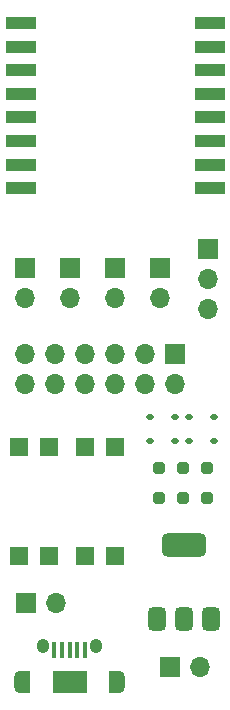
<source format=gts>
G04 #@! TF.GenerationSoftware,KiCad,Pcbnew,8.0.5*
G04 #@! TF.CreationDate,2024-10-24T23:20:29+02:00*
G04 #@! TF.ProjectId,iot-opentherm,696f742d-6f70-4656-9e74-6865726d2e6b,rev?*
G04 #@! TF.SameCoordinates,Original*
G04 #@! TF.FileFunction,Soldermask,Top*
G04 #@! TF.FilePolarity,Negative*
%FSLAX46Y46*%
G04 Gerber Fmt 4.6, Leading zero omitted, Abs format (unit mm)*
G04 Created by KiCad (PCBNEW 8.0.5) date 2024-10-24 23:20:29*
%MOMM*%
%LPD*%
G01*
G04 APERTURE LIST*
G04 Aperture macros list*
%AMRoundRect*
0 Rectangle with rounded corners*
0 $1 Rounding radius*
0 $2 $3 $4 $5 $6 $7 $8 $9 X,Y pos of 4 corners*
0 Add a 4 corners polygon primitive as box body*
4,1,4,$2,$3,$4,$5,$6,$7,$8,$9,$2,$3,0*
0 Add four circle primitives for the rounded corners*
1,1,$1+$1,$2,$3*
1,1,$1+$1,$4,$5*
1,1,$1+$1,$6,$7*
1,1,$1+$1,$8,$9*
0 Add four rect primitives between the rounded corners*
20,1,$1+$1,$2,$3,$4,$5,0*
20,1,$1+$1,$4,$5,$6,$7,0*
20,1,$1+$1,$6,$7,$8,$9,0*
20,1,$1+$1,$8,$9,$2,$3,0*%
G04 Aperture macros list end*
%ADD10RoundRect,0.375000X0.375000X-0.625000X0.375000X0.625000X-0.375000X0.625000X-0.375000X-0.625000X0*%
%ADD11RoundRect,0.500000X1.400000X-0.500000X1.400000X0.500000X-1.400000X0.500000X-1.400000X-0.500000X0*%
%ADD12R,1.700000X1.700000*%
%ADD13O,1.700000X1.700000*%
%ADD14RoundRect,0.112500X0.187500X0.112500X-0.187500X0.112500X-0.187500X-0.112500X0.187500X-0.112500X0*%
%ADD15RoundRect,0.250000X0.250000X-0.250000X0.250000X0.250000X-0.250000X0.250000X-0.250000X-0.250000X0*%
%ADD16R,0.400000X1.350000*%
%ADD17O,1.000000X1.900000*%
%ADD18R,0.875000X1.900000*%
%ADD19O,1.050000X1.250000*%
%ADD20R,2.900000X1.900000*%
%ADD21R,1.500000X1.600000*%
%ADD22R,2.600000X1.100000*%
G04 APERTURE END LIST*
D10*
X137112000Y-105410000D03*
X139412000Y-105410000D03*
D11*
X139412000Y-99110000D03*
D10*
X141712000Y-105410000D03*
D12*
X138684000Y-82931000D03*
D13*
X138684000Y-85471000D03*
X136144000Y-82931000D03*
X136144000Y-85471000D03*
X133604000Y-82931000D03*
X133604000Y-85471000D03*
X131064000Y-82931000D03*
X131064000Y-85471000D03*
X128524000Y-82931000D03*
X128524000Y-85471000D03*
X125984000Y-82931000D03*
X125984000Y-85471000D03*
D14*
X141986000Y-88265000D03*
X139886000Y-88265000D03*
D15*
X137330000Y-95103000D03*
X137330000Y-92603000D03*
D16*
X131048400Y-108018200D03*
X130398400Y-108018200D03*
X129748400Y-108018200D03*
X129098400Y-108018200D03*
X128448400Y-108018200D03*
D17*
X125573400Y-110693200D03*
D18*
X126010900Y-110693200D03*
D19*
X127523400Y-107693200D03*
D20*
X129748400Y-110693200D03*
D19*
X131973400Y-107693200D03*
D18*
X133485900Y-110693200D03*
D17*
X133923400Y-110693200D03*
D14*
X141986000Y-90297000D03*
X139886000Y-90297000D03*
D21*
X127965200Y-90805200D03*
X125425200Y-90805200D03*
X125425200Y-100025200D03*
X127965200Y-100025200D03*
D12*
X137414000Y-75636200D03*
D13*
X137414000Y-78176200D03*
D15*
X139362000Y-95103000D03*
X139362000Y-92603000D03*
D12*
X129794000Y-75636200D03*
D13*
X129794000Y-78176200D03*
D12*
X138264000Y-109474000D03*
D13*
X140804000Y-109474000D03*
D21*
X131013200Y-100025200D03*
X133553200Y-100025200D03*
X133553200Y-90805200D03*
X131013200Y-90805200D03*
D12*
X133604000Y-75636200D03*
D13*
X133604000Y-78176200D03*
D12*
X126085600Y-103987600D03*
D13*
X128625600Y-103987600D03*
D14*
X138650000Y-90297000D03*
X136550000Y-90297000D03*
D22*
X125620000Y-54900000D03*
X125620000Y-56900000D03*
X125620000Y-58900000D03*
X125620000Y-60900000D03*
X125620000Y-62900000D03*
X125620000Y-64900000D03*
X125620000Y-66900000D03*
X125620000Y-68900000D03*
X141620000Y-68900000D03*
X141620000Y-66900000D03*
X141620000Y-64900000D03*
X141620000Y-62900000D03*
X141620000Y-60900000D03*
X141620000Y-58900000D03*
X141620000Y-56900000D03*
X141620000Y-54900000D03*
D15*
X141394000Y-95103000D03*
X141394000Y-92603000D03*
D14*
X138650000Y-88265000D03*
X136550000Y-88265000D03*
D12*
X141478000Y-74041000D03*
D13*
X141478000Y-76581000D03*
X141478000Y-79121000D03*
D12*
X125984000Y-75636200D03*
D13*
X125984000Y-78176200D03*
M02*

</source>
